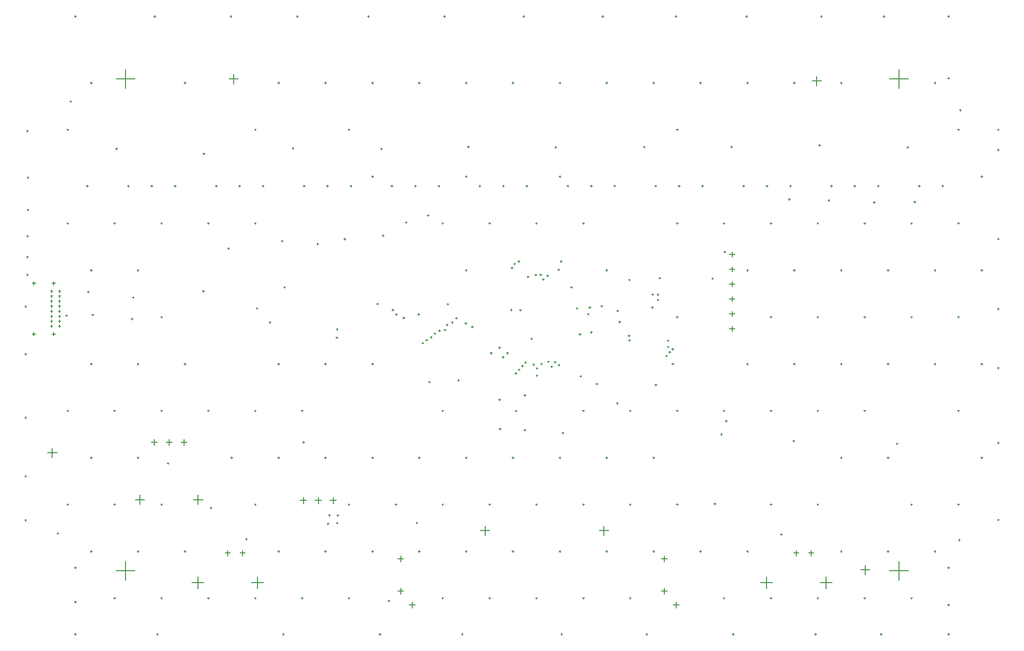
<source format=gbr>
%TF.GenerationSoftware,Altium Limited,Altium Designer,23.6.0 (18)*%
G04 Layer_Color=128*
%FSLAX43Y43*%
%MOMM*%
%TF.SameCoordinates,02C31AF8-F4BC-48A1-AB84-B672334353EB*%
%TF.FilePolarity,Positive*%
%TF.FileFunction,Drillmap*%
%TF.Part,Single*%
G01*
G75*
%TA.AperFunction,NonConductor*%
%ADD52C,0.127*%
D52*
X4725Y58575D02*
X5125D01*
X4925Y58375D02*
Y58775D01*
X4725Y57725D02*
X5125D01*
X4925Y57525D02*
Y57925D01*
X4725Y56875D02*
X5125D01*
X4925Y56675D02*
Y57075D01*
X4725Y56025D02*
X5125D01*
X4925Y55825D02*
Y56225D01*
X4725Y55175D02*
X5125D01*
X4925Y54975D02*
Y55375D01*
X4725Y54325D02*
X5125D01*
X4925Y54125D02*
Y54525D01*
X4725Y53475D02*
X5125D01*
X4925Y53275D02*
Y53675D01*
X4725Y52625D02*
X5125D01*
X4925Y52425D02*
Y52825D01*
X6075Y52625D02*
X6475D01*
X6275Y52425D02*
Y52825D01*
X6075Y53475D02*
X6475D01*
X6275Y53275D02*
Y53675D01*
X6075Y54325D02*
X6475D01*
X6275Y54125D02*
Y54525D01*
X6075Y55175D02*
X6475D01*
X6275Y54975D02*
Y55375D01*
X6075Y56025D02*
X6475D01*
X6275Y55825D02*
Y56225D01*
X6075Y56875D02*
X6475D01*
X6275Y56675D02*
Y57075D01*
X6075Y57725D02*
X6475D01*
X6275Y57525D02*
Y57925D01*
X6075Y58575D02*
X6475D01*
X6275Y58375D02*
Y58775D01*
X4995Y51275D02*
X5595D01*
X5295Y50975D02*
Y51575D01*
X4995Y59925D02*
X5595D01*
X5295Y59625D02*
Y60225D01*
X1615Y51275D02*
X2215D01*
X1915Y50975D02*
Y51575D01*
X1615Y59925D02*
X2215D01*
X1915Y59625D02*
Y60225D01*
X15925Y10825D02*
X19125D01*
X17525Y9225D02*
Y12425D01*
X15925Y94825D02*
X19125D01*
X17525Y93225D02*
Y96425D01*
X147925Y10825D02*
X151125D01*
X149525Y9225D02*
Y12425D01*
X147925Y94825D02*
X151125D01*
X149525Y93225D02*
Y96425D01*
X109000Y12900D02*
X110000D01*
X109500Y12400D02*
Y13400D01*
X109000Y7400D02*
X110000D01*
X109500Y6900D02*
Y7900D01*
X111000Y5000D02*
X112000D01*
X111500Y4500D02*
Y5500D01*
X39080Y8800D02*
X41080D01*
X40080Y7800D02*
Y9800D01*
X28920Y8800D02*
X30920D01*
X29920Y7800D02*
Y9800D01*
X37095Y13880D02*
X37985D01*
X37540Y13435D02*
Y14325D01*
X34555Y13880D02*
X35445D01*
X35000Y13435D02*
Y14325D01*
X136080Y8800D02*
X138080D01*
X137080Y7800D02*
Y9800D01*
X125920Y8800D02*
X127920D01*
X126920Y7800D02*
Y9800D01*
X134095Y13880D02*
X134985D01*
X134540Y13435D02*
Y14325D01*
X131555Y13880D02*
X132445D01*
X132000Y13435D02*
Y14325D01*
X64000Y12900D02*
X65000D01*
X64500Y12400D02*
Y13400D01*
X64000Y7400D02*
X65000D01*
X64500Y6900D02*
Y7900D01*
X66000Y5000D02*
X67000D01*
X66500Y4500D02*
Y5500D01*
X21960Y32800D02*
X22960D01*
X22460Y32300D02*
Y33300D01*
X24500Y32800D02*
X25500D01*
X25000Y32300D02*
Y33300D01*
X27040Y32800D02*
X28040D01*
X27540Y32300D02*
Y33300D01*
X120617Y52173D02*
X121517D01*
X121067Y51723D02*
Y52623D01*
X120617Y54713D02*
X121517D01*
X121067Y54263D02*
Y55163D01*
X120617Y57253D02*
X121517D01*
X121067Y56803D02*
Y57703D01*
X120617Y59793D02*
X121517D01*
X121067Y59343D02*
Y60243D01*
X120617Y62333D02*
X121517D01*
X121067Y61883D02*
Y62783D01*
X120617Y64873D02*
X121517D01*
X121067Y64423D02*
Y65323D01*
X47385Y22850D02*
X48485D01*
X47935Y22300D02*
Y23400D01*
X49925Y22850D02*
X51025D01*
X50475Y22300D02*
Y23400D01*
X52465Y22850D02*
X53565D01*
X53015Y22300D02*
Y23400D01*
X98399Y17673D02*
X99999D01*
X99199Y16873D02*
Y18473D01*
X29120Y23000D02*
X30720D01*
X29920Y22200D02*
Y23800D01*
X78121Y17673D02*
X79721D01*
X78921Y16873D02*
Y18473D01*
X4220Y31000D02*
X5820D01*
X5020Y30200D02*
Y31800D01*
X142986Y11008D02*
X144586D01*
X143786Y10208D02*
Y11808D01*
X134700Y94500D02*
X136300D01*
X135500Y93700D02*
Y95300D01*
X35200Y94825D02*
X36800D01*
X36000Y94025D02*
Y95625D01*
X19200Y23000D02*
X20800D01*
X20000Y22200D02*
Y23800D01*
X117591Y60762D02*
X117891D01*
X117741Y60612D02*
Y60912D01*
X31992Y21600D02*
X32292D01*
X32142Y21450D02*
Y21750D01*
X67136Y19041D02*
X67436D01*
X67286Y18891D02*
Y19191D01*
X38025Y16259D02*
X38325D01*
X38175Y16109D02*
Y16409D01*
X62333Y5724D02*
X62633D01*
X62483Y5574D02*
Y5874D01*
X51967Y18907D02*
X52267D01*
X52117Y18757D02*
Y19057D01*
X53639Y20301D02*
X53939D01*
X53789Y20151D02*
Y20451D01*
X52195Y20326D02*
X52495D01*
X52345Y20176D02*
Y20476D01*
X53513Y19008D02*
X53813D01*
X53663Y18858D02*
Y19158D01*
X24646Y29203D02*
X24946D01*
X24796Y29053D02*
Y29353D01*
X30678Y58627D02*
X30978D01*
X30828Y58477D02*
Y58777D01*
X34982Y65866D02*
X35282D01*
X35132Y65715D02*
Y66016D01*
X19537Y62176D02*
X19837D01*
X19687Y62026D02*
Y62326D01*
X11537Y62176D02*
X11837D01*
X11687Y62026D02*
Y62326D01*
X11819Y54577D02*
X12119D01*
X11969Y54427D02*
Y54727D01*
X7332Y54434D02*
X7632D01*
X7482Y54284D02*
Y54584D01*
X86708Y50462D02*
X87008D01*
X86858Y50312D02*
Y50612D01*
X84801Y55351D02*
X85101D01*
X84951Y55201D02*
Y55501D01*
X83233Y55368D02*
X83533D01*
X83383Y55218D02*
Y55518D01*
X89455Y61243D02*
X89755D01*
X89605Y61092D02*
Y61393D01*
X131463Y33000D02*
X131763D01*
X131613Y32850D02*
Y33150D01*
X149076Y32570D02*
X149376D01*
X149226Y32420D02*
Y32720D01*
X129315Y17058D02*
X129615D01*
X129465Y16908D02*
Y17208D01*
X85544Y40828D02*
X85844D01*
X85694Y40678D02*
Y40978D01*
X92036Y34384D02*
X92336D01*
X92186Y34234D02*
Y34534D01*
X85544Y34862D02*
X85844D01*
X85694Y34712D02*
Y35012D01*
X84065Y38155D02*
X84365D01*
X84215Y38005D02*
Y38305D01*
X74232Y43358D02*
X74532D01*
X74382Y43208D02*
Y43508D01*
X69268Y43072D02*
X69568D01*
X69418Y42922D02*
Y43222D01*
X60390Y56437D02*
X60690D01*
X60540Y56287D02*
Y56587D01*
X44543Y59253D02*
X44843D01*
X44693Y59103D02*
Y59403D01*
X39865Y55673D02*
X40165D01*
X40015Y55523D02*
Y55823D01*
X42060Y53286D02*
X42360D01*
X42210Y53136D02*
Y53436D01*
X11035Y58489D02*
X11335D01*
X11185Y58339D02*
Y58639D01*
X18719Y57534D02*
X19019D01*
X18869Y57384D02*
Y57684D01*
X18528Y53859D02*
X18828D01*
X18678Y53709D02*
Y54009D01*
X95091Y44074D02*
X95391D01*
X95241Y43924D02*
Y44224D01*
X107883Y42594D02*
X108183D01*
X108033Y42444D02*
Y42744D01*
X150890Y83167D02*
X151190D01*
X151040Y83017D02*
Y83317D01*
X152083Y73859D02*
X152383D01*
X152233Y73709D02*
Y74009D01*
X137429Y74097D02*
X137729D01*
X137579Y73947D02*
Y74247D01*
X145162Y73763D02*
X145462D01*
X145312Y73613D02*
Y73913D01*
X130699Y74288D02*
X130999D01*
X130849Y74138D02*
Y74438D01*
X135854Y83501D02*
X136154D01*
X136004Y83351D02*
Y83651D01*
X120818Y83262D02*
X121118D01*
X120968Y83112D02*
Y83412D01*
X105926Y83214D02*
X106226D01*
X106076Y83064D02*
Y83364D01*
X90843Y83167D02*
X91143D01*
X90993Y83017D02*
Y83317D01*
X75902Y83262D02*
X76202D01*
X76052Y83112D02*
Y83412D01*
X15855Y82928D02*
X16155D01*
X16005Y82778D02*
Y83078D01*
X61058Y82928D02*
X61358D01*
X61208Y82778D02*
Y83078D01*
X45974Y82976D02*
X46274D01*
X46124Y82826D02*
Y83126D01*
X30796Y82069D02*
X31096D01*
X30946Y81919D02*
Y82219D01*
X44125Y67135D02*
X44425D01*
X44275Y66985D02*
Y67285D01*
X50197Y66665D02*
X50497D01*
X50347Y66515D02*
Y66815D01*
X54819Y67488D02*
X55119D01*
X54969Y67338D02*
Y67638D01*
X61361Y68075D02*
X61661D01*
X61511Y67925D02*
Y68225D01*
X65279Y70347D02*
X65579D01*
X65429Y70197D02*
Y70497D01*
X69039Y71523D02*
X69339D01*
X69189Y71373D02*
Y71673D01*
X159537Y86169D02*
X159837D01*
X159687Y86019D02*
Y86319D01*
X163537Y78169D02*
X163837D01*
X163687Y78019D02*
Y78319D01*
X159537Y70169D02*
X159837D01*
X159687Y70019D02*
Y70319D01*
X163537Y62169D02*
X163837D01*
X163687Y62019D02*
Y62319D01*
X159537Y54169D02*
X159837D01*
X159687Y54019D02*
Y54319D01*
X163537Y46169D02*
X163837D01*
X163687Y46019D02*
Y46319D01*
X159537Y38169D02*
X159837D01*
X159687Y38019D02*
Y38319D01*
X163537Y30169D02*
X163837D01*
X163687Y30019D02*
Y30319D01*
X159537Y22169D02*
X159837D01*
X159687Y22019D02*
Y22319D01*
X155537Y94169D02*
X155837D01*
X155687Y94019D02*
Y94319D01*
X151537Y70169D02*
X151837D01*
X151687Y70019D02*
Y70319D01*
X155537Y62169D02*
X155837D01*
X155687Y62019D02*
Y62319D01*
X151537Y54169D02*
X151837D01*
X151687Y54019D02*
Y54319D01*
X155537Y46169D02*
X155837D01*
X155687Y46019D02*
Y46319D01*
X151537Y22169D02*
X151837D01*
X151687Y22019D02*
Y22319D01*
X155537Y14169D02*
X155837D01*
X155687Y14019D02*
Y14319D01*
X151537Y6169D02*
X151837D01*
X151687Y6019D02*
Y6319D01*
X143537Y70169D02*
X143837D01*
X143687Y70019D02*
Y70319D01*
X147537Y62169D02*
X147837D01*
X147687Y62019D02*
Y62319D01*
X143537Y54169D02*
X143837D01*
X143687Y54019D02*
Y54319D01*
X147537Y46169D02*
X147837D01*
X147687Y46019D02*
Y46319D01*
X143537Y38169D02*
X143837D01*
X143687Y38019D02*
Y38319D01*
X147537Y30169D02*
X147837D01*
X147687Y30019D02*
Y30319D01*
X147537Y14169D02*
X147837D01*
X147687Y14019D02*
Y14319D01*
X143537Y6169D02*
X143837D01*
X143687Y6019D02*
Y6319D01*
X139537Y94169D02*
X139837D01*
X139687Y94019D02*
Y94319D01*
X135537Y70169D02*
X135837D01*
X135687Y70019D02*
Y70319D01*
X139537Y62169D02*
X139837D01*
X139687Y62019D02*
Y62319D01*
X135537Y54169D02*
X135837D01*
X135687Y54019D02*
Y54319D01*
X139537Y46169D02*
X139837D01*
X139687Y46019D02*
Y46319D01*
X135537Y38169D02*
X135837D01*
X135687Y38019D02*
Y38319D01*
X139537Y30169D02*
X139837D01*
X139687Y30019D02*
Y30319D01*
X135537Y22169D02*
X135837D01*
X135687Y22019D02*
Y22319D01*
X139537Y14169D02*
X139837D01*
X139687Y14019D02*
Y14319D01*
X135537Y6169D02*
X135837D01*
X135687Y6019D02*
Y6319D01*
X131537Y94169D02*
X131837D01*
X131687Y94019D02*
Y94319D01*
X127537Y70169D02*
X127837D01*
X127687Y70019D02*
Y70319D01*
X131537Y62169D02*
X131837D01*
X131687Y62019D02*
Y62319D01*
X127537Y54169D02*
X127837D01*
X127687Y54019D02*
Y54319D01*
X131537Y46169D02*
X131837D01*
X131687Y46019D02*
Y46319D01*
X127537Y38169D02*
X127837D01*
X127687Y38019D02*
Y38319D01*
X127537Y22169D02*
X127837D01*
X127687Y22019D02*
Y22319D01*
X127537Y6169D02*
X127837D01*
X127687Y6019D02*
Y6319D01*
X123537Y94169D02*
X123837D01*
X123687Y94019D02*
Y94319D01*
X119537Y70169D02*
X119837D01*
X119687Y70019D02*
Y70319D01*
X123537Y62169D02*
X123837D01*
X123687Y62019D02*
Y62319D01*
X123537Y46169D02*
X123837D01*
X123687Y46019D02*
Y46319D01*
X119537Y38169D02*
X119837D01*
X119687Y38019D02*
Y38319D01*
X123537Y14169D02*
X123837D01*
X123687Y14019D02*
Y14319D01*
X119537Y6169D02*
X119837D01*
X119687Y6019D02*
Y6319D01*
X115537Y94169D02*
X115837D01*
X115687Y94019D02*
Y94319D01*
X111537Y86169D02*
X111837D01*
X111687Y86019D02*
Y86319D01*
X111537Y70169D02*
X111837D01*
X111687Y70019D02*
Y70319D01*
X111537Y54169D02*
X111837D01*
X111687Y54019D02*
Y54319D01*
X111537Y38169D02*
X111837D01*
X111687Y38019D02*
Y38319D01*
X111537Y22169D02*
X111837D01*
X111687Y22019D02*
Y22319D01*
X115537Y14169D02*
X115837D01*
X115687Y14019D02*
Y14319D01*
X107537Y94169D02*
X107837D01*
X107687Y94019D02*
Y94319D01*
X103537Y38169D02*
X103837D01*
X103687Y38019D02*
Y38319D01*
X107537Y30169D02*
X107837D01*
X107687Y30019D02*
Y30319D01*
X103537Y22169D02*
X103837D01*
X103687Y22019D02*
Y22319D01*
X107537Y14169D02*
X107837D01*
X107687Y14019D02*
Y14319D01*
X103537Y6169D02*
X103837D01*
X103687Y6019D02*
Y6319D01*
X99537Y94169D02*
X99837D01*
X99687Y94019D02*
Y94319D01*
X95537Y70169D02*
X95837D01*
X95687Y70019D02*
Y70319D01*
X99537Y62169D02*
X99837D01*
X99687Y62019D02*
Y62319D01*
X95537Y38169D02*
X95837D01*
X95687Y38019D02*
Y38319D01*
X99537Y30169D02*
X99837D01*
X99687Y30019D02*
Y30319D01*
X95537Y22169D02*
X95837D01*
X95687Y22019D02*
Y22319D01*
X99537Y14169D02*
X99837D01*
X99687Y14019D02*
Y14319D01*
X95537Y6169D02*
X95837D01*
X95687Y6019D02*
Y6319D01*
X91537Y94169D02*
X91837D01*
X91687Y94019D02*
Y94319D01*
X91537Y78169D02*
X91837D01*
X91687Y78019D02*
Y78319D01*
X87537Y70169D02*
X87837D01*
X87687Y70019D02*
Y70319D01*
X91537Y30169D02*
X91837D01*
X91687Y30019D02*
Y30319D01*
X87537Y22169D02*
X87837D01*
X87687Y22019D02*
Y22319D01*
X91537Y14169D02*
X91837D01*
X91687Y14019D02*
Y14319D01*
X87537Y6169D02*
X87837D01*
X87687Y6019D02*
Y6319D01*
X83537Y94169D02*
X83837D01*
X83687Y94019D02*
Y94319D01*
X79537Y70169D02*
X79837D01*
X79687Y70019D02*
Y70319D01*
X83537Y30169D02*
X83837D01*
X83687Y30019D02*
Y30319D01*
X79537Y22169D02*
X79837D01*
X79687Y22019D02*
Y22319D01*
X83537Y14169D02*
X83837D01*
X83687Y14019D02*
Y14319D01*
X79537Y6169D02*
X79837D01*
X79687Y6019D02*
Y6319D01*
X75537Y94169D02*
X75837D01*
X75687Y94019D02*
Y94319D01*
X75537Y78169D02*
X75837D01*
X75687Y78019D02*
Y78319D01*
X71537Y70169D02*
X71837D01*
X71687Y70019D02*
Y70319D01*
X75537Y62169D02*
X75837D01*
X75687Y62019D02*
Y62319D01*
X71537Y38169D02*
X71837D01*
X71687Y38019D02*
Y38319D01*
X75537Y30169D02*
X75837D01*
X75687Y30019D02*
Y30319D01*
X71537Y22169D02*
X71837D01*
X71687Y22019D02*
Y22319D01*
X75537Y14169D02*
X75837D01*
X75687Y14019D02*
Y14319D01*
X71537Y6169D02*
X71837D01*
X71687Y6019D02*
Y6319D01*
X67537Y94169D02*
X67837D01*
X67687Y94019D02*
Y94319D01*
X67537Y30169D02*
X67837D01*
X67687Y30019D02*
Y30319D01*
X63537Y22169D02*
X63837D01*
X63687Y22019D02*
Y22319D01*
X67537Y14169D02*
X67837D01*
X67687Y14019D02*
Y14319D01*
X59537Y94169D02*
X59837D01*
X59687Y94019D02*
Y94319D01*
X55537Y86169D02*
X55837D01*
X55687Y86019D02*
Y86319D01*
X59537Y78169D02*
X59837D01*
X59687Y78019D02*
Y78319D01*
X59537Y46169D02*
X59837D01*
X59687Y46019D02*
Y46319D01*
X59537Y30169D02*
X59837D01*
X59687Y30019D02*
Y30319D01*
X55537Y22169D02*
X55837D01*
X55687Y22019D02*
Y22319D01*
X59537Y14169D02*
X59837D01*
X59687Y14019D02*
Y14319D01*
X55537Y6169D02*
X55837D01*
X55687Y6019D02*
Y6319D01*
X51537Y94169D02*
X51837D01*
X51687Y94019D02*
Y94319D01*
X51537Y46169D02*
X51837D01*
X51687Y46019D02*
Y46319D01*
X47537Y38169D02*
X47837D01*
X47687Y38019D02*
Y38319D01*
X51537Y30169D02*
X51837D01*
X51687Y30019D02*
Y30319D01*
X51537Y14169D02*
X51837D01*
X51687Y14019D02*
Y14319D01*
X47537Y6169D02*
X47837D01*
X47687Y6019D02*
Y6319D01*
X43537Y94169D02*
X43837D01*
X43687Y94019D02*
Y94319D01*
X39537Y86169D02*
X39837D01*
X39687Y86019D02*
Y86319D01*
X39537Y70169D02*
X39837D01*
X39687Y70019D02*
Y70319D01*
X43537Y46169D02*
X43837D01*
X43687Y46019D02*
Y46319D01*
X39537Y38169D02*
X39837D01*
X39687Y38019D02*
Y38319D01*
X43537Y30169D02*
X43837D01*
X43687Y30019D02*
Y30319D01*
X39537Y22169D02*
X39837D01*
X39687Y22019D02*
Y22319D01*
X43537Y14169D02*
X43837D01*
X43687Y14019D02*
Y14319D01*
X39537Y6169D02*
X39837D01*
X39687Y6019D02*
Y6319D01*
X31537Y70169D02*
X31837D01*
X31687Y70019D02*
Y70319D01*
X31537Y38169D02*
X31837D01*
X31687Y38019D02*
Y38319D01*
X35537Y30169D02*
X35837D01*
X35687Y30019D02*
Y30319D01*
X31537Y6169D02*
X31837D01*
X31687Y6019D02*
Y6319D01*
X27537Y94169D02*
X27837D01*
X27687Y94019D02*
Y94319D01*
X23537Y70169D02*
X23837D01*
X23687Y70019D02*
Y70319D01*
X23537Y54169D02*
X23837D01*
X23687Y54019D02*
Y54319D01*
X27537Y46169D02*
X27837D01*
X27687Y46019D02*
Y46319D01*
X23537Y38169D02*
X23837D01*
X23687Y38019D02*
Y38319D01*
X23537Y22169D02*
X23837D01*
X23687Y22019D02*
Y22319D01*
X27537Y14169D02*
X27837D01*
X27687Y14019D02*
Y14319D01*
X23537Y6169D02*
X23837D01*
X23687Y6019D02*
Y6319D01*
X15537Y70169D02*
X15837D01*
X15687Y70019D02*
Y70319D01*
X19537Y46169D02*
X19837D01*
X19687Y46019D02*
Y46319D01*
X15537Y38169D02*
X15837D01*
X15687Y38019D02*
Y38319D01*
X19537Y30169D02*
X19837D01*
X19687Y30019D02*
Y30319D01*
X15537Y22169D02*
X15837D01*
X15687Y22019D02*
Y22319D01*
X19537Y14169D02*
X19837D01*
X19687Y14019D02*
Y14319D01*
X15537Y6169D02*
X15837D01*
X15687Y6019D02*
Y6319D01*
X11537Y94169D02*
X11837D01*
X11687Y94019D02*
Y94319D01*
X7537Y86169D02*
X7837D01*
X7687Y86019D02*
Y86319D01*
X7537Y70169D02*
X7837D01*
X7687Y70019D02*
Y70319D01*
X11537Y46169D02*
X11837D01*
X11687Y46019D02*
Y46319D01*
X7537Y38169D02*
X7837D01*
X7687Y38019D02*
Y38319D01*
X11537Y30169D02*
X11837D01*
X11687Y30019D02*
Y30319D01*
X7537Y22169D02*
X7837D01*
X7687Y22019D02*
Y22319D01*
X11537Y14169D02*
X11837D01*
X11687Y14019D02*
Y14319D01*
X63012Y55400D02*
X63312D01*
X63162Y55250D02*
Y55550D01*
X64897Y54041D02*
X65197D01*
X65047Y53891D02*
Y54191D01*
X70194Y51375D02*
X70494D01*
X70344Y51225D02*
Y51525D01*
X69590Y50750D02*
X69890D01*
X69740Y50600D02*
Y50900D01*
X68140Y49743D02*
X68440D01*
X68290Y49593D02*
Y49893D01*
X68771Y50250D02*
X69071D01*
X68921Y50100D02*
Y50400D01*
X71904Y51977D02*
X72204D01*
X72054Y51827D02*
Y52127D01*
X76600Y52502D02*
X76900D01*
X76750Y52352D02*
Y52652D01*
X81809Y47340D02*
X82109D01*
X81959Y47190D02*
Y47490D01*
X82593Y48027D02*
X82893D01*
X82743Y47877D02*
Y48177D01*
X84566Y45199D02*
X84866D01*
X84716Y45049D02*
Y45349D01*
X84027Y44542D02*
X84327D01*
X84177Y44392D02*
Y44692D01*
X85676Y46414D02*
X85976D01*
X85826Y46264D02*
Y46564D01*
X85142Y45800D02*
X85442D01*
X85292Y45650D02*
Y45950D01*
X87624Y45424D02*
X87924D01*
X87774Y45274D02*
Y45574D01*
X87048Y46053D02*
X87348D01*
X87198Y45903D02*
Y46203D01*
X89556Y46541D02*
X89856D01*
X89706Y46391D02*
Y46691D01*
X88394Y46187D02*
X88694D01*
X88544Y46037D02*
Y46337D01*
X90103Y45713D02*
X90403D01*
X90253Y45563D02*
Y45863D01*
X91354Y45993D02*
X91654D01*
X91504Y45843D02*
Y46143D01*
X90708Y46467D02*
X91008D01*
X90858Y46317D02*
Y46617D01*
X67420Y54607D02*
X67720D01*
X67570Y54457D02*
Y54757D01*
X73850Y53976D02*
X74150D01*
X74000Y53826D02*
Y54126D01*
X53510Y52097D02*
X53810D01*
X53660Y51947D02*
Y52247D01*
X53467Y50676D02*
X53767D01*
X53617Y50526D02*
Y50826D01*
X63628Y54625D02*
X63928D01*
X63778Y54475D02*
Y54775D01*
X47785Y32800D02*
X48085D01*
X47935Y32650D02*
Y32950D01*
X350Y19500D02*
X650D01*
X500Y19350D02*
Y19650D01*
X5850Y17228D02*
X6150D01*
X6000Y17078D02*
Y17378D01*
X8850Y11366D02*
X9150D01*
X9000Y11216D02*
Y11516D01*
X8850Y5500D02*
X9150D01*
X9000Y5350D02*
Y5650D01*
X8850Y0D02*
X9150D01*
X9000Y-150D02*
Y150D01*
X22850Y0D02*
X23150D01*
X23000Y-150D02*
Y150D01*
X119691Y65322D02*
X119991D01*
X119841Y65172D02*
Y65472D01*
X72400Y56377D02*
X72700D01*
X72550Y56227D02*
Y56527D01*
X88676Y60609D02*
X88976D01*
X88826Y60459D02*
Y60759D01*
X108281Y57997D02*
X108581D01*
X108431Y57847D02*
Y58147D01*
X107370Y58051D02*
X107670D01*
X107520Y57901D02*
Y58201D01*
X108550Y60848D02*
X108850D01*
X108700Y60698D02*
Y60998D01*
X108281Y57106D02*
X108581D01*
X108431Y56956D02*
Y57256D01*
X103390Y60515D02*
X103690D01*
X103540Y60365D02*
Y60665D01*
X101404Y55243D02*
X101704D01*
X101554Y55093D02*
Y55393D01*
X110799Y48691D02*
X111099D01*
X110949Y48541D02*
Y48841D01*
X119941Y36426D02*
X120241D01*
X120091Y36276D02*
Y36576D01*
X119120Y34126D02*
X119420D01*
X119270Y33976D02*
Y34276D01*
X81244Y40074D02*
X81544D01*
X81394Y39924D02*
Y40224D01*
X73157Y53263D02*
X73457D01*
X73307Y53113D02*
Y53413D01*
X96350Y54669D02*
X96650D01*
X96500Y54519D02*
Y54819D01*
X87624Y44182D02*
X87924D01*
X87774Y44032D02*
Y44332D01*
X117980Y22281D02*
X118280D01*
X118130Y22131D02*
Y22431D01*
X93493Y59246D02*
X93793D01*
X93643Y59096D02*
Y59396D01*
X100877Y76592D02*
X101177D01*
X101027Y76442D02*
Y76742D01*
X110295Y48204D02*
X110595D01*
X110445Y48054D02*
Y48354D01*
X81244Y48949D02*
X81544D01*
X81394Y48799D02*
Y49099D01*
X350Y56001D02*
X650D01*
X500Y55851D02*
Y56151D01*
X350Y47862D02*
X650D01*
X500Y47712D02*
Y48012D01*
X350Y37000D02*
X650D01*
X500Y36850D02*
Y37150D01*
X350Y27000D02*
X650D01*
X500Y26850D02*
Y27150D01*
X44350Y0D02*
X44650D01*
X44500Y-150D02*
Y150D01*
X60850Y0D02*
X61150D01*
X61000Y-150D02*
Y150D01*
X74850Y0D02*
X75150D01*
X75000Y-150D02*
Y150D01*
X91850Y0D02*
X92150D01*
X92000Y-150D02*
Y150D01*
X106350Y0D02*
X106650D01*
X106500Y-150D02*
Y150D01*
X121099Y0D02*
X121399D01*
X121249Y-150D02*
Y150D01*
X135153Y0D02*
X135453D01*
X135303Y-150D02*
Y150D01*
X146353Y0D02*
X146653D01*
X146503Y-150D02*
Y150D01*
X157850Y0D02*
X158150D01*
X158000Y-150D02*
Y150D01*
X157850Y5000D02*
X158150D01*
X158000Y4850D02*
Y5150D01*
X157850Y11366D02*
X158150D01*
X158000Y11216D02*
Y11516D01*
X159685Y16100D02*
X159985D01*
X159835Y15950D02*
Y16250D01*
X166350Y19543D02*
X166650D01*
X166500Y19393D02*
Y19693D01*
X166350Y32705D02*
X166650D01*
X166500Y32555D02*
Y32855D01*
X166350Y45500D02*
X166650D01*
X166500Y45350D02*
Y45650D01*
X166350Y55559D02*
X166650D01*
X166500Y55409D02*
Y55709D01*
X166350Y67521D02*
X166650D01*
X166500Y67371D02*
Y67671D01*
X166350Y82743D02*
X166650D01*
X166500Y82593D02*
Y82893D01*
X166350Y86167D02*
X166650D01*
X166500Y86017D02*
Y86317D01*
X159850Y89500D02*
X160150D01*
X160000Y89350D02*
Y89650D01*
X157850Y94952D02*
X158150D01*
X158000Y94802D02*
Y95102D01*
X157850Y105500D02*
X158150D01*
X158000Y105350D02*
Y105650D01*
X146850Y105500D02*
X147150D01*
X147000Y105350D02*
Y105650D01*
X136149Y105500D02*
X136449D01*
X136299Y105350D02*
Y105650D01*
X123404Y105500D02*
X123704D01*
X123554Y105350D02*
Y105650D01*
X111350Y105500D02*
X111650D01*
X111500Y105350D02*
Y105650D01*
X98850Y105500D02*
X99150D01*
X99000Y105350D02*
Y105650D01*
X85350Y105500D02*
X85650D01*
X85500Y105350D02*
Y105650D01*
X71850Y105500D02*
X72150D01*
X72000Y105350D02*
Y105650D01*
X58850Y105500D02*
X59150D01*
X59000Y105350D02*
Y105650D01*
X46725Y105500D02*
X47025D01*
X46875Y105350D02*
Y105650D01*
X35400Y105500D02*
X35700D01*
X35550Y105350D02*
Y105650D01*
X22404Y105500D02*
X22704D01*
X22554Y105350D02*
Y105650D01*
X8850Y105500D02*
X9150D01*
X9000Y105350D02*
Y105650D01*
X8050Y91000D02*
X8350D01*
X8200Y90850D02*
Y91150D01*
X672Y85950D02*
X972D01*
X822Y85800D02*
Y86100D01*
X750Y77988D02*
X1050D01*
X900Y77838D02*
Y78138D01*
X750Y72500D02*
X1050D01*
X900Y72350D02*
Y72650D01*
X679Y68000D02*
X979D01*
X829Y67850D02*
Y68150D01*
X672Y64450D02*
X972D01*
X822Y64300D02*
Y64600D01*
X672Y61400D02*
X972D01*
X822Y61250D02*
Y61550D01*
X101734Y53349D02*
X102034D01*
X101884Y53199D02*
Y53499D01*
X86100Y61059D02*
X86400D01*
X86250Y60909D02*
Y61209D01*
X75491Y53120D02*
X75791D01*
X75641Y52970D02*
Y53270D01*
X94972Y51250D02*
X95272D01*
X95122Y51100D02*
Y51400D01*
X94481Y55674D02*
X94781D01*
X94631Y55524D02*
Y55824D01*
X98698Y56040D02*
X98998D01*
X98848Y55890D02*
Y56190D01*
X103406Y50183D02*
X103706D01*
X103556Y50033D02*
Y50333D01*
X103312Y50982D02*
X103612D01*
X103462Y50832D02*
Y51132D01*
X109981Y50174D02*
X110281D01*
X110131Y50024D02*
Y50324D01*
X96632Y55819D02*
X96932D01*
X96782Y55669D02*
Y55969D01*
X109981Y49087D02*
X110281D01*
X110131Y48937D02*
Y49237D01*
X96877Y51596D02*
X97177D01*
X97027Y51446D02*
Y51746D01*
X109734Y47552D02*
X110034D01*
X109884Y47402D02*
Y47702D01*
X110771Y46187D02*
X111071D01*
X110921Y46037D02*
Y46337D01*
X107315Y55819D02*
X107615D01*
X107465Y55669D02*
Y55969D01*
X97850Y42750D02*
X98150D01*
X98000Y42600D02*
Y42900D01*
X101330Y39479D02*
X101630D01*
X101480Y39329D02*
Y39629D01*
X81302Y35080D02*
X81602D01*
X81452Y34930D02*
Y35230D01*
X91313Y62270D02*
X91613D01*
X91463Y62120D02*
Y62420D01*
X91725Y63679D02*
X92025D01*
X91875Y63529D02*
Y63829D01*
X79805Y48030D02*
X80105D01*
X79955Y47880D02*
Y48180D01*
X88247Y61379D02*
X88547D01*
X88397Y61229D02*
Y61529D01*
X87427Y61374D02*
X87727D01*
X87577Y61224D02*
Y61524D01*
X130877Y76559D02*
X131177D01*
X131027Y76409D02*
Y76709D01*
X107877Y76559D02*
X108177D01*
X108027Y76409D02*
Y76709D01*
X84524Y63679D02*
X84824D01*
X84674Y63529D02*
Y63829D01*
X83355Y62595D02*
X83655D01*
X83505Y62445D02*
Y62745D01*
X83805Y63258D02*
X84105D01*
X83955Y63108D02*
Y63408D01*
X72300Y52850D02*
X72600D01*
X72450Y52700D02*
Y53000D01*
X70975Y51825D02*
X71275D01*
X71125Y51675D02*
Y51975D01*
X156877Y76559D02*
X157177D01*
X157027Y76409D02*
Y76709D01*
X152877Y76559D02*
X153177D01*
X153027Y76409D02*
Y76709D01*
X145877Y76559D02*
X146177D01*
X146027Y76409D02*
Y76709D01*
X141877Y76559D02*
X142177D01*
X142027Y76409D02*
Y76709D01*
X137877Y76559D02*
X138177D01*
X138027Y76409D02*
Y76709D01*
X126877Y76559D02*
X127177D01*
X127027Y76409D02*
Y76709D01*
X122877Y76547D02*
X123177D01*
X123027Y76397D02*
Y76697D01*
X115877Y76559D02*
X116177D01*
X116027Y76409D02*
Y76709D01*
X111877Y76559D02*
X112177D01*
X112027Y76409D02*
Y76709D01*
X96877Y76559D02*
X97177D01*
X97027Y76409D02*
Y76709D01*
X92877Y76559D02*
X93177D01*
X93027Y76409D02*
Y76709D01*
X85877Y76559D02*
X86177D01*
X86027Y76409D02*
Y76709D01*
X81877Y76559D02*
X82177D01*
X82027Y76409D02*
Y76709D01*
X77877Y76559D02*
X78177D01*
X78027Y76409D02*
Y76709D01*
X70877Y76559D02*
X71177D01*
X71027Y76409D02*
Y76709D01*
X66877Y76559D02*
X67177D01*
X67027Y76409D02*
Y76709D01*
X62877Y76559D02*
X63177D01*
X63027Y76409D02*
Y76709D01*
X55877Y76559D02*
X56177D01*
X56027Y76409D02*
Y76709D01*
X51877Y76559D02*
X52177D01*
X52027Y76409D02*
Y76709D01*
X47877Y76559D02*
X48177D01*
X48027Y76409D02*
Y76709D01*
X40877Y76559D02*
X41177D01*
X41027Y76409D02*
Y76709D01*
X36877Y76559D02*
X37177D01*
X37027Y76409D02*
Y76709D01*
X32877Y76559D02*
X33177D01*
X33027Y76409D02*
Y76709D01*
X25877Y76559D02*
X26177D01*
X26027Y76409D02*
Y76709D01*
X21877Y76559D02*
X22177D01*
X22027Y76409D02*
Y76709D01*
X17877Y76559D02*
X18177D01*
X18027Y76409D02*
Y76709D01*
X10877Y76559D02*
X11177D01*
X11027Y76409D02*
Y76709D01*
%TF.MD5,e16eb44a79c72780d9ff6c8ae7c3d122*%
M02*

</source>
